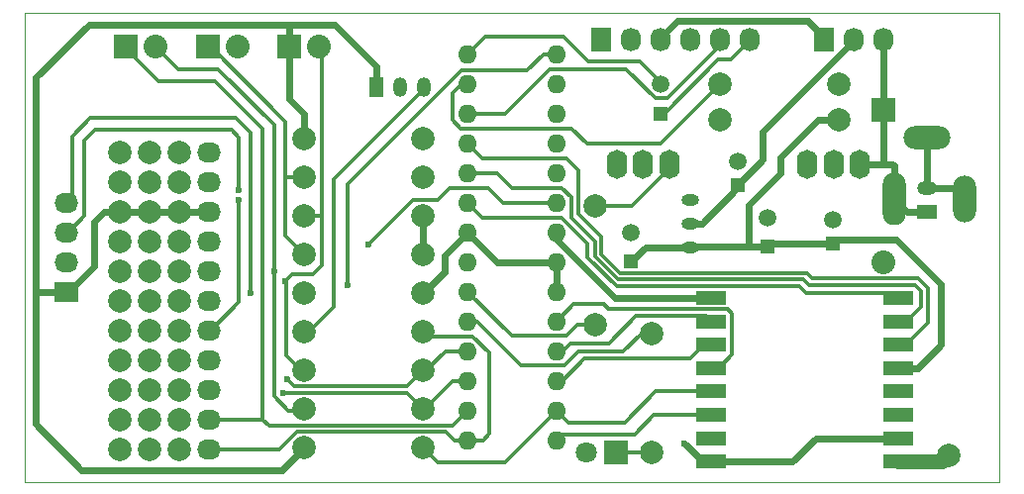
<source format=gbr>
G04 #@! TF.FileFunction,Copper,L1,Top,Signal*
%FSLAX46Y46*%
G04 Gerber Fmt 4.6, Leading zero omitted, Abs format (unit mm)*
G04 Created by KiCad (PCBNEW 4.0.2+dfsg1-2~bpo8+1-stable) date vr 27 mei 2016 03:00:12 CEST*
%MOMM*%
G01*
G04 APERTURE LIST*
%ADD10C,0.100000*%
%ADD11R,1.699260X1.198880*%
%ADD12O,1.699260X1.198880*%
%ADD13O,4.000500X1.998980*%
%ADD14O,1.998980X4.000500*%
%ADD15O,1.998980X4.500880*%
%ADD16R,1.198880X1.699260*%
%ADD17O,1.198880X1.699260*%
%ADD18R,2.032000X2.032000*%
%ADD19O,2.032000X2.032000*%
%ADD20R,2.500000X1.200000*%
%ADD21R,2.000000X2.000000*%
%ADD22C,1.800000*%
%ADD23R,1.300000X1.300000*%
%ADD24C,1.500000*%
%ADD25O,1.500000X1.000000*%
%ADD26C,1.998980*%
%ADD27C,2.000000*%
%ADD28O,2.032000X1.727200*%
%ADD29R,2.032000X1.727200*%
%ADD30R,1.727200X2.032000*%
%ADD31O,1.727200X2.032000*%
%ADD32O,1.747520X2.499360*%
%ADD33O,1.600000X1.600000*%
%ADD34C,0.600000*%
%ADD35C,1.270000*%
%ADD36C,0.250000*%
%ADD37C,0.600000*%
%ADD38C,0.400000*%
%ADD39C,0.300000*%
G04 APERTURE END LIST*
D10*
X219456000Y-140716000D02*
X136144000Y-140716000D01*
X219456000Y-100584000D02*
X219456000Y-140716000D01*
X136144000Y-100584000D02*
X219456000Y-100584000D01*
X136144000Y-140716000D02*
X136144000Y-100584000D01*
D11*
X213233000Y-117602000D03*
D12*
X213233000Y-115600480D03*
D13*
X213233000Y-111252000D03*
D14*
X216484200Y-116552980D03*
D15*
X210482180Y-116552980D03*
D16*
X166149020Y-106934000D03*
D17*
X168181020Y-106934000D03*
X170213020Y-106934000D03*
D18*
X209550000Y-108920000D03*
D19*
X209550000Y-121920000D03*
D20*
X194820000Y-125000000D03*
X194820000Y-127000000D03*
X194820000Y-129000000D03*
X194820000Y-131000000D03*
X194820000Y-133000000D03*
X194820000Y-135000000D03*
X194820000Y-137000000D03*
X194820000Y-139000000D03*
X210820000Y-139000000D03*
X210820000Y-137000000D03*
X210820000Y-135000000D03*
X210820000Y-133000000D03*
X210820000Y-131000000D03*
X210820000Y-129000000D03*
X210820000Y-127000000D03*
X210820000Y-125000000D03*
D21*
X186690000Y-138176000D03*
D22*
X184150000Y-138176000D03*
D23*
X205232000Y-120364000D03*
D24*
X205232000Y-118332000D03*
D23*
X199644000Y-120610000D03*
D24*
X199644000Y-118110000D03*
D25*
X193040000Y-118618000D03*
X193040000Y-120650000D03*
X193040000Y-116586000D03*
D26*
X170180000Y-124587000D03*
X160020000Y-124587000D03*
D27*
X149352000Y-115062000D03*
X144272000Y-112539629D03*
X146812000Y-112522000D03*
X149352000Y-112522000D03*
D28*
X151892000Y-115062000D03*
X151892000Y-117602000D03*
X151892000Y-120142000D03*
X151892000Y-122682000D03*
X151892000Y-125222000D03*
X151892000Y-127762000D03*
X151892000Y-130302000D03*
X151892000Y-132842000D03*
X151892000Y-137922000D03*
X151892000Y-135382000D03*
X151892000Y-112522000D03*
D27*
X146812000Y-115062000D03*
X144272000Y-115062000D03*
X146812000Y-117602000D03*
X144272000Y-117602000D03*
X149352000Y-120159629D03*
X149352000Y-122699629D03*
X149352000Y-125239629D03*
X149352000Y-117602000D03*
X146812000Y-122682000D03*
X146812000Y-120142000D03*
X144272000Y-125222000D03*
X146812000Y-125222000D03*
X144272000Y-120142000D03*
X144272000Y-122682000D03*
X146812000Y-132859629D03*
X146812000Y-137939629D03*
X144272000Y-135399629D03*
X144272000Y-132859629D03*
X144272000Y-137939629D03*
X146812000Y-135399629D03*
X144272000Y-127762000D03*
X144272000Y-130302000D03*
X146812000Y-127762000D03*
X149352000Y-130319629D03*
X146812000Y-130319629D03*
X149352000Y-127779629D03*
X149352000Y-132859629D03*
X149352000Y-137939629D03*
X149352000Y-135399629D03*
D26*
X160020000Y-121285000D03*
X170180000Y-121285000D03*
X160020000Y-117983000D03*
X170180000Y-117983000D03*
X160020000Y-131191000D03*
X170180000Y-131191000D03*
X160020000Y-127889000D03*
X170180000Y-127889000D03*
X160020000Y-137795000D03*
X170180000Y-137795000D03*
X160020000Y-134493000D03*
X170180000Y-134493000D03*
X205740000Y-109728000D03*
X195580000Y-109728000D03*
X160020000Y-111379000D03*
X170180000Y-111379000D03*
X160020000Y-114681000D03*
X170180000Y-114681000D03*
D18*
X158750000Y-103505000D03*
D19*
X161290000Y-103505000D03*
D18*
X151765000Y-103505000D03*
D19*
X154305000Y-103505000D03*
D18*
X144780000Y-103505000D03*
D19*
X147320000Y-103505000D03*
D29*
X139700000Y-124460000D03*
D28*
X139700000Y-121920000D03*
X139700000Y-119380000D03*
X139700000Y-116840000D03*
D26*
X189738000Y-128016000D03*
X189738000Y-138176000D03*
X184912000Y-117094000D03*
X184912000Y-127254000D03*
X205740000Y-106680000D03*
X195580000Y-106680000D03*
D30*
X185420000Y-102870000D03*
D31*
X187960000Y-102870000D03*
X190500000Y-102870000D03*
X193040000Y-102870000D03*
X195580000Y-102870000D03*
X198120000Y-102870000D03*
D30*
X204470000Y-102870000D03*
D31*
X207010000Y-102870000D03*
X209550000Y-102870000D03*
D27*
X215138000Y-138430000D03*
D32*
X186728100Y-113538000D03*
X188976000Y-113538000D03*
X191223900Y-113538000D03*
X203022200Y-113538000D03*
X205270100Y-113538000D03*
X207518000Y-113538000D03*
D33*
X173990000Y-104140000D03*
X173990000Y-106680000D03*
X173990000Y-109220000D03*
X173990000Y-111760000D03*
X173990000Y-114300000D03*
X173990000Y-116840000D03*
X173990000Y-119380000D03*
X173990000Y-121920000D03*
X173990000Y-124460000D03*
X173990000Y-127000000D03*
X173990000Y-129540000D03*
X173990000Y-132080000D03*
X173990000Y-134620000D03*
X173990000Y-137160000D03*
X181610000Y-137160000D03*
X181610000Y-134620000D03*
X181610000Y-132080000D03*
X181610000Y-129540000D03*
X181610000Y-127000000D03*
X181610000Y-124460000D03*
X181610000Y-121920000D03*
X181610000Y-119380000D03*
X181610000Y-116840000D03*
X181610000Y-114300000D03*
X181610000Y-111760000D03*
X181610000Y-109220000D03*
X181610000Y-106680000D03*
X181610000Y-104140000D03*
D23*
X187960000Y-121880000D03*
D24*
X187960000Y-119380000D03*
D23*
X190500000Y-109220000D03*
D24*
X190500000Y-106720000D03*
D23*
X197104000Y-115316000D03*
D24*
X197104000Y-113284000D03*
D34*
X192532000Y-137414000D03*
X154431600Y-115806426D03*
X163691693Y-123871861D03*
X155448000Y-124587000D03*
X158369000Y-123571000D03*
X157442518Y-122714837D03*
X154431588Y-116633025D03*
X158568845Y-131978358D03*
X158239668Y-133109905D03*
X165511531Y-120447422D03*
D35*
X215138000Y-138430000D02*
X214568000Y-139000000D01*
X214568000Y-139000000D02*
X210820000Y-139000000D01*
D36*
X211470000Y-139000000D02*
X210820000Y-139000000D01*
X210820000Y-139000000D02*
X211255002Y-139000000D01*
D37*
X137160000Y-124460000D02*
X137038122Y-124581878D01*
X137038122Y-124581878D02*
X137038122Y-135768122D01*
X137038122Y-135768122D02*
X140970000Y-139700000D01*
X140970000Y-139700000D02*
X158115000Y-139700000D01*
X158115000Y-139700000D02*
X160020000Y-137795000D01*
X158750000Y-101600000D02*
X141605000Y-101600000D01*
X141605000Y-101600000D02*
X137045157Y-106159843D01*
X137045157Y-106159843D02*
X137045157Y-124345157D01*
X137045157Y-124345157D02*
X137160000Y-124460000D01*
X210820000Y-131000000D02*
X212470000Y-131000000D01*
X214462294Y-129007706D02*
X214462294Y-123849437D01*
X212470000Y-131000000D02*
X214462294Y-129007706D01*
X214462294Y-123849437D02*
X210593620Y-119980763D01*
X210593620Y-119980763D02*
X205615237Y-119980763D01*
X205615237Y-119980763D02*
X205232000Y-120364000D01*
X170180000Y-124587000D02*
X171981311Y-122785689D01*
X171981311Y-122785689D02*
X171981311Y-121388689D01*
X160020000Y-111379000D02*
X160020000Y-109220000D01*
X160020000Y-109220000D02*
X158750000Y-107950000D01*
X158750000Y-107950000D02*
X158750000Y-103505000D01*
X166149020Y-105159810D02*
X166149020Y-106934000D01*
X166149020Y-105159810D02*
X162589210Y-101600000D01*
X162589210Y-101600000D02*
X158750000Y-101600000D01*
X205740000Y-109728000D02*
X203962464Y-109728000D01*
X203962464Y-109728000D02*
X200740794Y-112949670D01*
X200740794Y-112949670D02*
X200740794Y-114326415D01*
X200740794Y-114326415D02*
X198026208Y-117041001D01*
X198026208Y-117041001D02*
X198026208Y-120516208D01*
X198026208Y-120516208D02*
X198120000Y-120610000D01*
X199644000Y-120610000D02*
X198120000Y-120610000D01*
X198120000Y-120610000D02*
X193080000Y-120610000D01*
X193040000Y-120650000D02*
X189190000Y-120650000D01*
X189190000Y-120650000D02*
X187960000Y-121880000D01*
X181610000Y-121920000D02*
X176530000Y-121920000D01*
X176530000Y-121920000D02*
X173990000Y-119380000D01*
X193080000Y-120610000D02*
X193040000Y-120650000D01*
X144272000Y-117602000D02*
X142915149Y-117602000D01*
X142028689Y-122283711D02*
X139852400Y-124460000D01*
X142028689Y-118488460D02*
X142028689Y-122283711D01*
X142915149Y-117602000D02*
X142028689Y-118488460D01*
D38*
X139852400Y-124460000D02*
X139700000Y-124460000D01*
D37*
X149352000Y-117602000D02*
X151892000Y-117602000D01*
X146812000Y-117602000D02*
X149352000Y-117602000D01*
X144272000Y-117602000D02*
X146812000Y-117602000D01*
X171981311Y-121388689D02*
X173990000Y-119380000D01*
X205232000Y-120364000D02*
X199890000Y-120364000D01*
D38*
X199890000Y-120364000D02*
X199644000Y-120610000D01*
X151892000Y-117602000D02*
X152044400Y-117602000D01*
X211470000Y-131000000D02*
X210820000Y-131000000D01*
D37*
X158750000Y-103505000D02*
X158750000Y-101600000D01*
X181610000Y-124460000D02*
X181610000Y-121920000D01*
X137160000Y-124460000D02*
X139700000Y-124460000D01*
D38*
X139547600Y-124460000D02*
X139700000Y-124460000D01*
X158750000Y-103505000D02*
X159305318Y-103505000D01*
X181650000Y-124420000D02*
X181610000Y-124460000D01*
X151790400Y-117602000D02*
X151638000Y-117602000D01*
X170180000Y-125095000D02*
X170307000Y-124968000D01*
X169545000Y-125095000D02*
X170180000Y-125095000D01*
X169799000Y-125095000D02*
X169545000Y-125095000D01*
X170561000Y-125095000D02*
X170180000Y-125095000D01*
D37*
X170180000Y-117983000D02*
X170180000Y-121285000D01*
X181610000Y-119380000D02*
X181610000Y-119995998D01*
X181610000Y-119995998D02*
X186614002Y-125000000D01*
X186614002Y-125000000D02*
X194820000Y-125000000D01*
X194118000Y-139000000D02*
X192532000Y-137414000D01*
D38*
X194820000Y-139000000D02*
X194118000Y-139000000D01*
D37*
X210820000Y-137000000D02*
X203782810Y-137000000D01*
X201782810Y-139000000D02*
X194820000Y-139000000D01*
X203782810Y-137000000D02*
X201782810Y-139000000D01*
D38*
X199898000Y-118364000D02*
X199644000Y-118110000D01*
X194758000Y-138938000D02*
X194820000Y-139000000D01*
D37*
X197104000Y-115316000D02*
X199225286Y-113194714D01*
X199225286Y-113194714D02*
X199225286Y-110807114D01*
X199225286Y-110807114D02*
X207010000Y-103022400D01*
X207010000Y-103022400D02*
X207010000Y-102870000D01*
X196850000Y-115772000D02*
X194004000Y-118618000D01*
X194004000Y-118618000D02*
X193040000Y-118618000D01*
D38*
X207010000Y-103632000D02*
X207010000Y-102870000D01*
D39*
X198120000Y-102870000D02*
X198120000Y-103022400D01*
X198120000Y-103022400D02*
X196531007Y-104611393D01*
X196531007Y-104611393D02*
X195402811Y-104611393D01*
X195402811Y-104611393D02*
X190794204Y-109220000D01*
X190794204Y-109220000D02*
X190500000Y-109220000D01*
D36*
X198120000Y-103135000D02*
X198120000Y-102870000D01*
D39*
X173990000Y-104140000D02*
X175510033Y-102619967D01*
X175510033Y-102619967D02*
X182160707Y-102619967D01*
X182160707Y-102619967D02*
X184336515Y-104795775D01*
X184336515Y-104795775D02*
X188668326Y-104795775D01*
X188668326Y-104795775D02*
X190540000Y-106667449D01*
D36*
X190540000Y-106667449D02*
X190540000Y-106680000D01*
X173736000Y-104140000D02*
X173990000Y-104140000D01*
D39*
X186690000Y-138176000D02*
X189738000Y-138176000D01*
D37*
X190500000Y-102717600D02*
X191884420Y-101333180D01*
X191884420Y-101333180D02*
X203085580Y-101333180D01*
X203085580Y-101333180D02*
X204470000Y-102717600D01*
D38*
X190500000Y-102870000D02*
X190500000Y-102717600D01*
X204470000Y-102717600D02*
X204470000Y-102870000D01*
D37*
X213233000Y-117602000D02*
X211531200Y-117602000D01*
X211531200Y-117602000D02*
X210482180Y-116552980D01*
X209550000Y-113538000D02*
X210317640Y-113538000D01*
X210317640Y-113538000D02*
X210482180Y-113702540D01*
X210482180Y-113702540D02*
X210482180Y-116552980D01*
X209550000Y-108920000D02*
X209550000Y-113538000D01*
X209550000Y-113538000D02*
X207518000Y-113538000D01*
X210284060Y-116967000D02*
X210284060Y-115716050D01*
X209550000Y-102870000D02*
X209550000Y-108920000D01*
D38*
X209550000Y-102870000D02*
X209550000Y-103022400D01*
X209550000Y-103632000D02*
X209550000Y-102870000D01*
D37*
X209550000Y-108920000D02*
X209159787Y-108920000D01*
X213233000Y-115600480D02*
X215531700Y-115600480D01*
X213233000Y-111252000D02*
X213233000Y-115600480D01*
X215531700Y-115600480D02*
X216484200Y-116552980D01*
X205270100Y-112809687D02*
X205270100Y-113538000D01*
D39*
X195580000Y-103022400D02*
X195580000Y-103411409D01*
X180975000Y-105410000D02*
X177165000Y-109220000D01*
X195580000Y-103411409D02*
X191072760Y-107918649D01*
X191072760Y-107918649D02*
X190038181Y-107918649D01*
X190038181Y-107918649D02*
X187529532Y-105410000D01*
X187529532Y-105410000D02*
X180975000Y-105410000D01*
X177165000Y-109220000D02*
X173990000Y-109220000D01*
D36*
X195580000Y-102870000D02*
X195580000Y-103022400D01*
D39*
X154431600Y-115382162D02*
X154431600Y-115806426D01*
X154431600Y-111251600D02*
X154431600Y-115382162D01*
X142128290Y-110601710D02*
X153781710Y-110601710D01*
X141224000Y-111506000D02*
X142128290Y-110601710D01*
X139852400Y-119380000D02*
X141224000Y-118008400D01*
X141224000Y-118008400D02*
X141224000Y-111506000D01*
X153781710Y-110601710D02*
X154431600Y-111251600D01*
D36*
X139700000Y-119380000D02*
X139852400Y-119380000D01*
D39*
X173437999Y-105529999D02*
X163691693Y-115276305D01*
X179088631Y-105529999D02*
X173437999Y-105529999D01*
X180478630Y-104140000D02*
X179088631Y-105529999D01*
X163691693Y-115276305D02*
X163691693Y-123871861D01*
X181610000Y-104140000D02*
X180478630Y-104140000D01*
X155448000Y-124587000D02*
X155448000Y-110925502D01*
X155448000Y-110925502D02*
X155462476Y-110911026D01*
X154179762Y-109628312D02*
X155462476Y-110911026D01*
X141747743Y-109628312D02*
X154179762Y-109628312D01*
X140171724Y-111204331D02*
X141747743Y-109628312D01*
X140171724Y-116368276D02*
X140171724Y-111204331D01*
D36*
X139700000Y-116840000D02*
X140171724Y-116368276D01*
X139547600Y-116840000D02*
X139700000Y-116840000D01*
D39*
X157895752Y-137922000D02*
X159372243Y-136445509D01*
X151892000Y-137922000D02*
X157895752Y-137922000D01*
X159372243Y-136445509D02*
X172144139Y-136445509D01*
X172144139Y-136445509D02*
X172858630Y-137160000D01*
X172858630Y-137160000D02*
X173990000Y-137160000D01*
X173990000Y-137160000D02*
X175346806Y-137160000D01*
X175346806Y-137160000D02*
X175858178Y-136648628D01*
X175858178Y-136648628D02*
X175858178Y-129706176D01*
X175858178Y-129706176D02*
X174422002Y-128270000D01*
X174422002Y-128270000D02*
X170180000Y-128270000D01*
X158420897Y-109923049D02*
X158420897Y-114681000D01*
X158420897Y-114681000D02*
X158420897Y-119685897D01*
X160020000Y-114681000D02*
X158420897Y-114681000D01*
X158420897Y-119685897D02*
X160020000Y-121285000D01*
X152002848Y-103505000D02*
X158420897Y-109923049D01*
D36*
X152002848Y-103505000D02*
X151765000Y-103505000D01*
D39*
X161544000Y-117983000D02*
X161544000Y-122221134D01*
X161544000Y-122221134D02*
X160797477Y-122967657D01*
X160797477Y-122967657D02*
X158972343Y-122967657D01*
X158972343Y-122967657D02*
X158369000Y-123571000D01*
X158467275Y-129892275D02*
X158467275Y-123669275D01*
X158467275Y-123669275D02*
X158369000Y-123571000D01*
X158467275Y-129892275D02*
X160020000Y-131445000D01*
X161544000Y-103759000D02*
X161544000Y-117983000D01*
X160020000Y-117983000D02*
X161544000Y-117983000D01*
D36*
X161544000Y-103759000D02*
X161290000Y-103505000D01*
D39*
X147320000Y-103505000D02*
X149245900Y-105430900D01*
X149245900Y-105430900D02*
X152674900Y-105430900D01*
X152674900Y-105430900D02*
X157442518Y-110198518D01*
X157442518Y-110198518D02*
X157442518Y-122714837D01*
X157442518Y-132780464D02*
X157442518Y-122714837D01*
X157425078Y-133421906D02*
X157425078Y-132797904D01*
X158623172Y-134620000D02*
X157425078Y-133421906D01*
X160020000Y-134620000D02*
X158623172Y-134620000D01*
X157425078Y-132797904D02*
X157442518Y-132780464D01*
X144780000Y-103505000D02*
X144780000Y-103688276D01*
X152400000Y-106426000D02*
X156464000Y-110490000D01*
X144780000Y-103688276D02*
X147517724Y-106426000D01*
X147517724Y-106426000D02*
X152400000Y-106426000D01*
X156464000Y-110490000D02*
X156464000Y-135382000D01*
X144780000Y-103505000D02*
X144780000Y-103698366D01*
X157027498Y-135945498D02*
X156464000Y-135382000D01*
X172664502Y-135945498D02*
X157027498Y-135945498D01*
X173990000Y-134620000D02*
X172664502Y-135945498D01*
X151892000Y-135382000D02*
X156464000Y-135382000D01*
X173990000Y-124460000D02*
X177777700Y-128247700D01*
X177777700Y-128247700D02*
X182398738Y-128247700D01*
X182398738Y-128247700D02*
X183392438Y-127254000D01*
X183392438Y-127254000D02*
X184912000Y-127254000D01*
D36*
X174055039Y-124525039D02*
X173990000Y-124460000D01*
D39*
X181610000Y-134620000D02*
X182626000Y-135636000D01*
X190098608Y-133000000D02*
X194820000Y-133000000D01*
X182626000Y-135636000D02*
X187462608Y-135636000D01*
X187462608Y-135636000D02*
X190098608Y-133000000D01*
X170180000Y-137795000D02*
X171450000Y-139065000D01*
X177165000Y-139065000D02*
X181610000Y-134620000D01*
X171450000Y-139065000D02*
X177165000Y-139065000D01*
X195580000Y-106680000D02*
X190447202Y-111812798D01*
X190447202Y-111812798D02*
X184202798Y-111812798D01*
X173482000Y-106680000D02*
X172720000Y-107442000D01*
X172720000Y-107442000D02*
X172720000Y-109799752D01*
X196342000Y-106691132D02*
X196342000Y-106680000D01*
X172720000Y-109799752D02*
X173410248Y-110490000D01*
X173410248Y-110490000D02*
X182880000Y-110490000D01*
X182880000Y-110490000D02*
X184202798Y-111812798D01*
D36*
X173482000Y-106680000D02*
X173990000Y-106680000D01*
D39*
X189738000Y-128016000D02*
X188832508Y-128016000D01*
X188832508Y-128016000D02*
X187275297Y-129573211D01*
X187275297Y-129573211D02*
X183467215Y-129573211D01*
X183467215Y-129573211D02*
X182264291Y-130776135D01*
X182264291Y-130776135D02*
X178577931Y-130776135D01*
X178577931Y-130776135D02*
X174801796Y-127000000D01*
X174801796Y-127000000D02*
X173990000Y-127000000D01*
X154431588Y-117057289D02*
X154431588Y-116633025D01*
X152044400Y-127762000D02*
X154431588Y-125374812D01*
X154431588Y-125374812D02*
X154431588Y-117057289D01*
D36*
X151892000Y-127762000D02*
X152044400Y-127762000D01*
D39*
X159136301Y-132545814D02*
X158568845Y-131978358D01*
X168825186Y-132545814D02*
X159136301Y-132545814D01*
X170180000Y-131191000D02*
X168825186Y-132545814D01*
X173990000Y-129540000D02*
X172085000Y-129540000D01*
X172085000Y-129540000D02*
X170180000Y-131445000D01*
X168796905Y-133109905D02*
X158239668Y-133109905D01*
X170180000Y-134493000D02*
X168796905Y-133109905D01*
X173990000Y-132080000D02*
X172720000Y-132080000D01*
X172720000Y-132080000D02*
X170180000Y-134620000D01*
X173990000Y-111760000D02*
X175281988Y-113051988D01*
X175281988Y-113051988D02*
X182458813Y-113051988D01*
X182458813Y-113051988D02*
X183483386Y-114076561D01*
X183483386Y-114076561D02*
X183483386Y-117785856D01*
X183483386Y-117785856D02*
X185438807Y-119741277D01*
X185438807Y-121288809D02*
X187029999Y-122880001D01*
X213360000Y-127110000D02*
X211470000Y-129000000D01*
X185438807Y-119741277D02*
X185438807Y-121288809D01*
X187029999Y-122880001D02*
X203032876Y-122880001D01*
X203032876Y-122880001D02*
X203474955Y-123322080D01*
X203474955Y-123322080D02*
X212521799Y-123322080D01*
X212521799Y-123322080D02*
X213360000Y-124160281D01*
X213360000Y-124160281D02*
X213360000Y-127110000D01*
D36*
X211470000Y-129000000D02*
X210820000Y-129000000D01*
D39*
X211470000Y-127000000D02*
X212725000Y-125745000D01*
X184882161Y-121439285D02*
X184882161Y-120172051D01*
X212725000Y-125745000D02*
X212725000Y-124454920D01*
X186867498Y-123424622D02*
X184882161Y-121439285D01*
X212725000Y-124454920D02*
X212217000Y-123946920D01*
X212217000Y-123946920D02*
X203220830Y-123946920D01*
X176530000Y-114300000D02*
X173990000Y-114300000D01*
X203220830Y-123946920D02*
X202698532Y-123424622D01*
X202698532Y-123424622D02*
X186867498Y-123424622D01*
X184882161Y-120172051D02*
X182851634Y-118141524D01*
X182851634Y-118141524D02*
X182851634Y-116379632D01*
X182851634Y-116379632D02*
X182042002Y-115570000D01*
X182042002Y-115570000D02*
X177800000Y-115570000D01*
X177800000Y-115570000D02*
X176530000Y-114300000D01*
D36*
X210820000Y-127000000D02*
X211470000Y-127000000D01*
D39*
X210820000Y-125000000D02*
X210437628Y-124617628D01*
X210437628Y-124617628D02*
X202943181Y-124617628D01*
X202943181Y-124617628D02*
X202320331Y-123994778D01*
X202320331Y-123994778D02*
X186730532Y-123994778D01*
X186730532Y-123994778D02*
X184235471Y-121499717D01*
X184235471Y-121499717D02*
X184235471Y-120371715D01*
X184235471Y-120371715D02*
X181973756Y-118110000D01*
X181973756Y-118110000D02*
X175260000Y-118110000D01*
X175260000Y-118110000D02*
X173990000Y-116840000D01*
D36*
X181610000Y-137160000D02*
X182118000Y-136652000D01*
D39*
X182118000Y-136652000D02*
X188276908Y-136652000D01*
X189928908Y-135000000D02*
X194820000Y-135000000D01*
X188276908Y-136652000D02*
X189928908Y-135000000D01*
X194170000Y-129000000D02*
X192978703Y-130191297D01*
X192978703Y-130191297D02*
X183997266Y-130191297D01*
X183997266Y-130191297D02*
X182108563Y-132080000D01*
X182108563Y-132080000D02*
X181610000Y-132080000D01*
D36*
X194820000Y-129000000D02*
X194170000Y-129000000D01*
D39*
X194820000Y-127000000D02*
X194391361Y-126571361D01*
X194391361Y-126571361D02*
X188353887Y-126571361D01*
X188353887Y-126571361D02*
X186048337Y-128876911D01*
X186048337Y-128876911D02*
X182781303Y-128876911D01*
X182781303Y-128876911D02*
X182118214Y-129540000D01*
X182118214Y-129540000D02*
X181610000Y-129540000D01*
D36*
X194820000Y-127000000D02*
X194170000Y-127000000D01*
D39*
X181610000Y-127000000D02*
X183053855Y-125556145D01*
X183053855Y-125556145D02*
X185624325Y-125556145D01*
X185624325Y-125556145D02*
X186032291Y-125964111D01*
X186032291Y-125964111D02*
X196219113Y-125964111D01*
X196219113Y-125964111D02*
X196596000Y-126340998D01*
X196596000Y-126340998D02*
X196596000Y-129874000D01*
X196596000Y-129874000D02*
X195470000Y-131000000D01*
X181610000Y-126571675D02*
X181610000Y-127000000D01*
D36*
X194820000Y-131000000D02*
X195470000Y-131000000D01*
D39*
X172466000Y-115570000D02*
X171390427Y-116645573D01*
X181610000Y-116840000D02*
X177038000Y-116840000D01*
X169325444Y-116633509D02*
X165511531Y-120447422D01*
X170827757Y-116633509D02*
X169325444Y-116633509D01*
X170839821Y-116645573D02*
X170827757Y-116633509D01*
X171390427Y-116645573D02*
X170839821Y-116645573D01*
X175768000Y-115570000D02*
X172466000Y-115570000D01*
X177038000Y-116840000D02*
X175768000Y-115570000D01*
X162560000Y-114837210D02*
X162560000Y-125730000D01*
X162560000Y-125730000D02*
X160020000Y-128270000D01*
X170213020Y-107184190D02*
X162560000Y-114837210D01*
X160020000Y-128262785D02*
X160020000Y-128270000D01*
X170213020Y-106934000D02*
X170213020Y-107184190D01*
X184912000Y-117094000D02*
X188043820Y-117094000D01*
X191223900Y-113913920D02*
X191223900Y-113538000D01*
X188043820Y-117094000D02*
X191223900Y-113913920D01*
X191223900Y-114592100D02*
X191223900Y-113538000D01*
M02*

</source>
